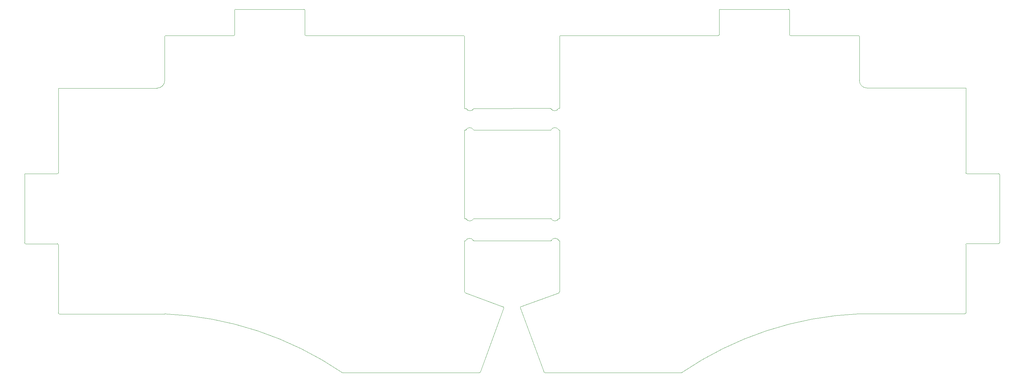
<source format=gm1>
%TF.GenerationSoftware,KiCad,Pcbnew,(6.0.11)*%
%TF.CreationDate,2023-05-08T18:46:23+08:00*%
%TF.ProjectId,DOOOPE,444f4f4f-5045-42e6-9b69-6361645f7063,Rev 1*%
%TF.SameCoordinates,Original*%
%TF.FileFunction,Profile,NP*%
%FSLAX46Y46*%
G04 Gerber Fmt 4.6, Leading zero omitted, Abs format (unit mm)*
G04 Created by KiCad (PCBNEW (6.0.11)) date 2023-05-08 18:46:23*
%MOMM*%
%LPD*%
G01*
G04 APERTURE LIST*
%TA.AperFunction,Profile*%
%ADD10C,0.100000*%
%TD*%
G04 APERTURE END LIST*
D10*
X279858932Y-109337423D02*
G75*
G03*
X280108930Y-109062347I-6032J256623D01*
G01*
X160683930Y-108531664D02*
G75*
G03*
X158533930Y-108531664I-1075000J-538997D01*
G01*
X160633930Y-78481664D02*
G75*
G03*
X158483930Y-78481664I-1075000J-538997D01*
G01*
X203858932Y-52837423D02*
G75*
G03*
X204108930Y-52562347I-6032J256623D01*
G01*
X24933930Y-128131664D02*
G75*
G03*
X25183930Y-128406664I255970J-18436D01*
G01*
X270708932Y-128387423D02*
G75*
G03*
X270958930Y-128112347I-6032J256623D01*
G01*
X223433930Y-52837347D02*
X241833930Y-52837347D01*
X54058933Y-52856624D02*
G75*
G03*
X53783930Y-53106664I-18433J-255976D01*
G01*
X160833930Y-53112347D02*
X160833930Y-72606664D01*
X72458932Y-52856634D02*
G75*
G03*
X72733930Y-52606664I18468J255934D01*
G01*
X24933930Y-128131664D02*
X24933930Y-109631664D01*
X158408930Y-72606664D02*
G75*
G03*
X160558930Y-72606664I1075000J538997D01*
G01*
X135058842Y-53131658D02*
G75*
G03*
X134808930Y-52856664I-255942J18458D01*
G01*
X73008933Y-45706624D02*
G75*
G03*
X72733930Y-45956664I-18433J-255976D01*
G01*
X135058930Y-72619164D02*
X135058930Y-53131664D01*
X280108950Y-90587347D02*
G75*
G03*
X279833930Y-90337347I-256550J-5953D01*
G01*
X24933842Y-109631658D02*
G75*
G03*
X24683930Y-109356664I-255942J18458D01*
G01*
X137558930Y-78494164D02*
G75*
G03*
X135408930Y-78494164I-1075000J-538997D01*
G01*
X160558930Y-72606664D02*
X160833930Y-72606664D01*
X135058930Y-78494164D02*
X135058930Y-102519164D01*
X139083929Y-144381685D02*
G75*
G03*
X139308930Y-144231664I15771J220085D01*
G01*
X271208930Y-109337335D02*
G75*
G03*
X270958930Y-109612347I5970J-256565D01*
G01*
X156583930Y-144212347D02*
X150208930Y-126712347D01*
X270708930Y-128387347D02*
X242108930Y-128387347D01*
X135058930Y-108544164D02*
X135358930Y-108544164D01*
X91783842Y-45981658D02*
G75*
G03*
X91533930Y-45706664I-255942J18458D01*
G01*
X193983930Y-144337347D02*
X156808930Y-144362347D01*
X16058933Y-90356624D02*
G75*
G03*
X15783930Y-90606664I-18433J-255976D01*
G01*
X145683930Y-126731664D02*
X139308930Y-144231664D01*
X91783930Y-52581664D02*
G75*
G03*
X92033930Y-52856664I255970J-18436D01*
G01*
X137608930Y-72619164D02*
X158408930Y-72606664D01*
X145683924Y-126731661D02*
G75*
G03*
X145558930Y-126456664I-189524J79761D01*
G01*
X158483930Y-102506664D02*
G75*
G03*
X160633930Y-102506664I1075000J538997D01*
G01*
X270958930Y-109612347D02*
X270958930Y-128112347D01*
X223158959Y-52587346D02*
G75*
G03*
X223433930Y-52837347I256541J5946D01*
G01*
X156583999Y-144212324D02*
G75*
G03*
X156808930Y-144362347I209201J70024D01*
G01*
X54058930Y-52856664D02*
X72458930Y-52856664D01*
X204358930Y-45687347D02*
X222883930Y-45687347D01*
X53783930Y-64956664D02*
X53783930Y-53106664D01*
X244208930Y-67087347D02*
X270958930Y-67087347D01*
X137558930Y-102519164D02*
X158483930Y-102506664D01*
X24683930Y-109356664D02*
X16033930Y-109356664D01*
X137508930Y-108544164D02*
X158533930Y-108531664D01*
X242108931Y-64937347D02*
G75*
G03*
X244208930Y-67087347I2057169J-91253D01*
G01*
X204358930Y-45687335D02*
G75*
G03*
X204108930Y-45962347I5970J-256565D01*
G01*
X15783930Y-109081664D02*
X15783930Y-90606664D01*
X137558930Y-78494164D02*
X158483930Y-78481664D01*
X223158930Y-45937347D02*
X223158930Y-52587347D01*
X135483930Y-72619164D02*
G75*
G03*
X137608930Y-72619164I1062500J532731D01*
G01*
X242108950Y-53087347D02*
G75*
G03*
X241833930Y-52837347I-256550J-5953D01*
G01*
X92033930Y-52856664D02*
X134808930Y-52856664D01*
X24933930Y-67106664D02*
X51683930Y-67106664D01*
X223158950Y-45937347D02*
G75*
G03*
X222883930Y-45687347I-256550J-5953D01*
G01*
X24933930Y-90106664D02*
X24933930Y-67106664D01*
X270958959Y-90087346D02*
G75*
G03*
X271233930Y-90337347I256541J5946D01*
G01*
X150333905Y-126437270D02*
G75*
G03*
X150208930Y-126712347I64495J-195230D01*
G01*
X242108930Y-53087347D02*
X242108930Y-64937347D01*
X135058930Y-72619164D02*
X135483930Y-72619164D01*
X161083930Y-52837347D02*
X203858930Y-52837347D01*
X161083930Y-52837335D02*
G75*
G03*
X160833930Y-53112347I5970J-256565D01*
G01*
X53783930Y-128406664D02*
X25183930Y-128406664D01*
X279858930Y-109337347D02*
X271208930Y-109337347D01*
X16058930Y-90356664D02*
X24658930Y-90356664D01*
X135058930Y-78494164D02*
X135408930Y-78494164D01*
X101908930Y-144356664D02*
G75*
G03*
X53783930Y-128406664I-52008460J-76344706D01*
G01*
X160633930Y-102506664D02*
X160833930Y-102506664D01*
X280108930Y-90587347D02*
X280108930Y-109062347D01*
X204108930Y-52562347D02*
X204108930Y-45962347D01*
X270958930Y-67087347D02*
X270958930Y-90087347D01*
X135058930Y-108544164D02*
X135058930Y-122381664D01*
X135058930Y-102519164D02*
X135408930Y-102519164D01*
X242108930Y-128387350D02*
G75*
G03*
X193983930Y-144337347I3883470J-92294750D01*
G01*
X24658932Y-90356634D02*
G75*
G03*
X24933930Y-90106664I18468J255934D01*
G01*
X160633943Y-122662384D02*
G75*
G03*
X160833930Y-122362347I-104143J286084D01*
G01*
X160633930Y-78481664D02*
X160833930Y-78481664D01*
X91783930Y-45981664D02*
X91783930Y-52581664D01*
X135058977Y-122381666D02*
G75*
G03*
X135258930Y-122681664I309223J-10534D01*
G01*
X137508930Y-108544164D02*
G75*
G03*
X135358930Y-108544164I-1075000J-538997D01*
G01*
X271233930Y-90337347D02*
X279833930Y-90337347D01*
X160833930Y-108531664D02*
X160833930Y-122362347D01*
X135258930Y-122681664D02*
X145558930Y-126456664D01*
X73008930Y-45706664D02*
X91533930Y-45706664D01*
X72733930Y-52606664D02*
X72733930Y-45956664D01*
X139083930Y-144381664D02*
X101908930Y-144356664D01*
X51683929Y-67106708D02*
G75*
G03*
X53783930Y-64956664I42771J2058808D01*
G01*
X135408930Y-102519164D02*
G75*
G03*
X137558930Y-102519164I1075000J538997D01*
G01*
X150333930Y-126437347D02*
X160633930Y-122662347D01*
X160833930Y-78481664D02*
X160833930Y-102506664D01*
X160683930Y-108531664D02*
X160833930Y-108531664D01*
X15783930Y-109081664D02*
G75*
G03*
X16033930Y-109356664I255970J-18436D01*
G01*
M02*

</source>
